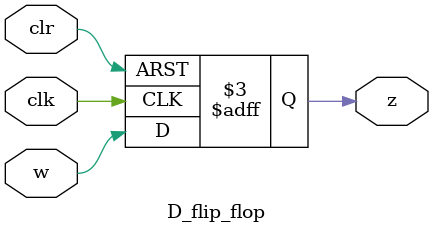
<source format=v>
module D_flip_flop(input w,clk,clr,output reg z);
always@(negedge clr,posedge clk)
if(!clr)
  z<=0;
else
  z<=w;
endmodule
</source>
